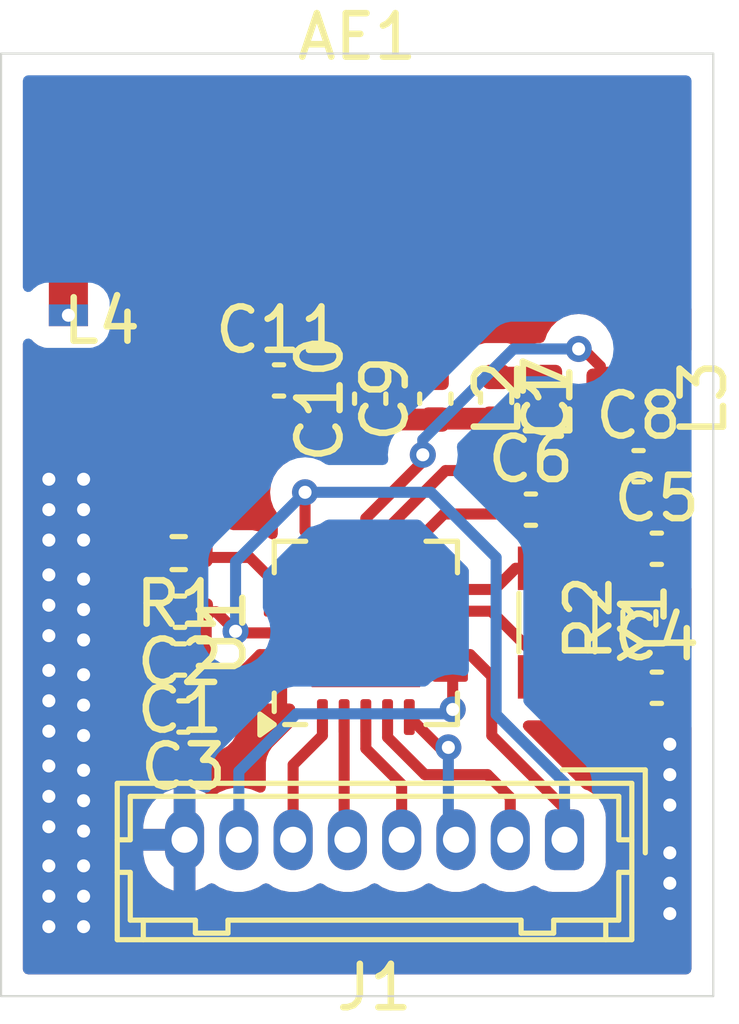
<source format=kicad_pcb>
(kicad_pcb (version 20240108) (generator "pcbnew") (generator_version "8.0")
  (layers (0 "F.Cu" signal) (31 "B.Cu" signal) (34 "B.Paste" user) (35 "F.Paste" user) (36 "B.SilkS" user "B.Silkscreen") (37 "F.SilkS" user "F.Silkscreen") (38 "B.Mask" user) (39 "F.Mask" user) (44 "Edge.Cuts" user))
  (net 0 "")
  (net 1 "Net-(AE1-A)")
  (net 2 "GND")
  (net 3 "VDD")
  (net 4 "Net-(U1-DVDD)")
  (net 5 "Net-(U1-XC2)")
  (net 6 "Net-(U1-XC1)")
  (net 7 "Net-(U1-VDD_PA)")
  (net 8 "Net-(C7-Pad1)")
  (net 9 "Net-(C10-Pad1)")
  (net 10 "Net-(J1-Pin_2)")
  (net 11 "Net-(J1-Pin_5)")
  (net 12 "Net-(J1-Pin_4)")
  (net 13 "Net-(J1-Pin_6)")
  (net 14 "Net-(J1-Pin_3)")
  (net 15 "Net-(J1-Pin_7)")
  (net 16 "Net-(U1-ANT1)")
  (net 17 "Net-(U1-ANT2)")
  (net 18 "Net-(U1-IREF)")
  (footprint "Capacitor_SMD:C_0402_1005Metric" (layer "F.Cu") (at 166.6 99.5)
    (property "Reference" "C5" (at 0 -1.16 360) (layer "F.SilkS"))
    (property "Value" "22p")
    (fp_line (start -0.107836 -0.36) (end 0.107836 -0.36) (stroke (width 0.12)) (layer "F.SilkS"))
    (fp_line (start -0.107836 0.36) (end 0.107836 0.36) (stroke (width 0.12)) (layer "F.SilkS"))
    (pad "1" smd roundrect (at -0.48 0) (size 0.56 0.62) (layers "F.Cu" "F.Paste" "F.Mask") (net 6 "Net-(U1-XC1)"))
    (pad "2" smd roundrect (at 0.48 0) (size 0.56 0.62) (layers "F.Cu" "F.Paste" "F.Mask") (net 2 "GND"))
  )
  (footprint "Capacitor_SMD:C_0402_1005Metric" (layer "F.Cu") (at 166.18 97.6)
    (property "Reference" "C8" (at 0 -1.16 360) (layer "F.SilkS"))
    (property "Value" "4.7pF")
    (fp_line (start -0.107836 -0.36) (end 0.107836 -0.36) (stroke (width 0.12)) (layer "F.SilkS"))
    (fp_line (start -0.107836 0.36) (end 0.107836 0.36) (stroke (width 0.12)) (layer "F.SilkS"))
    (pad "1" smd roundrect (at -0.48 0) (size 0.56 0.62) (layers "F.Cu" "F.Paste" "F.Mask") (net 7 "Net-(U1-VDD_PA)"))
    (pad "2" smd roundrect (at 0.48 0) (size 0.56 0.62) (layers "F.Cu" "F.Paste" "F.Mask") (net 2 "GND"))
  )
  (footprint "Resistor_SMD:R_0402_1005Metric" (layer "F.Cu") (at 166.2 101.1 90)
    (property "Reference" "R2" (at 0 -1.17 90) (layer "F.SilkS"))
    (property "Value" "10M")
    (fp_line (start -0.153641 -0.38) (end 0.153641 -0.38) (stroke (width 0.12)) (layer "F.SilkS"))
    (fp_line (start -0.153641 0.38) (end 0.153641 0.38) (stroke (width 0.12)) (layer "F.SilkS"))
    (pad "1" smd roundrect (at -0.51 0 90) (size 0.54 0.64) (layers "F.Cu" "F.Paste" "F.Mask") (net 5 "Net-(U1-XC2)"))
    (pad "2" smd roundrect (at 0.51 0 90) (size 0.54 0.64) (layers "F.Cu" "F.Paste" "F.Mask") (net 6 "Net-(U1-XC1)"))
  )
  (footprint "Capacitor_SMD:C_0402_1005Metric" (layer "F.Cu") (at 155.62 102.05 180)
    (property "Reference" "C1" (at 0 -1.16 360) (layer "F.SilkS"))
    (property "Value" "10nF")
    (fp_line (start -0.107836 0.36) (end 0.107836 0.36) (stroke (width 0.12)) (layer "F.SilkS"))
    (fp_line (start -0.107836 -0.36) (end 0.107836 -0.36) (stroke (width 0.12)) (layer "F.SilkS"))
    (pad "1" smd roundrect (at -0.48 0 180) (size 0.56 0.62) (layers "F.Cu" "F.Paste" "F.Mask") (net 3 "VDD"))
    (pad "2" smd roundrect (at 0.48 0 180) (size 0.56 0.62) (layers "F.Cu" "F.Paste" "F.Mask") (net 2 "GND"))
  )
  (footprint "Capacitor_SMD:C_0402_1005Metric" (layer "F.Cu") (at 161.5 96.045 90)
    (property "Reference" "C9" (at 0 -1.16 90) (layer "F.SilkS"))
    (property "Value" "1pF")
    (fp_line (start -0.107836 -0.36) (end 0.107836 -0.36) (stroke (width 0.12)) (layer "F.SilkS"))
    (fp_line (start -0.107836 0.36) (end 0.107836 0.36) (stroke (width 0.12)) (layer "F.SilkS"))
    (pad "1" smd roundrect (at -0.48 0 90) (size 0.56 0.62) (layers "F.Cu" "F.Paste" "F.Mask") (net 9 "Net-(C10-Pad1)"))
    (pad "2" smd roundrect (at 0.48 0 90) (size 0.56 0.62) (layers "F.Cu" "F.Paste" "F.Mask") (net 2 "GND"))
  )
  (footprint "Connector_Hirose:Hirose_DF13-08P-1.25DSA_1x08_P1.25mm_Vertical" (layer "F.Cu") (at 164.475 106.2 180)
    (property "Reference" "J1" (at 4.38 -3.4 360) (layer "F.SilkS"))
    (property "Value" "Conn_01x08_Pin")
    (fp_line (start 10.3 1.3) (end 10.3 -2.3) (stroke (width 0.12)) (layer "F.SilkS"))
    (fp_line (start 10.3 -0.75) (end 10 -0.75) (stroke (width 0.12)) (layer "F.SilkS"))
    (fp_line (start 10.3 -2.3) (end -1.55 -2.3) (stroke (width 0.12)) (layer "F.SilkS"))
    (fp_line (start 10 1) (end 10 0) (stroke (width 0.12)) (layer "F.SilkS"))
    (fp_line (start 10 0) (end 10.3 0) (stroke (width 0.12)) (layer "F.SilkS"))
    (fp_line (start 10 -0.75) (end 10 -1.85) (stroke (width 0.12)) (layer "F.SilkS"))
    (fp_line (start 10 -1.85) (end 9.7 -1.85) (stroke (width 0.12)) (layer "F.SilkS"))
    (fp_line (start 9.7 -1.85) (end 9.7 -2.3) (stroke (width 0.12)) (layer "F.SilkS"))
    (fp_line (start 8.5 -1.85) (end 9.7 -1.85) (stroke (width 0.12)) (layer "F.SilkS"))
    (fp_line (start 8.5 -2.15) (end 8.5 -1.85) (stroke (width 0.12)) (layer "F.SilkS"))
    (fp_line (start 7.75 -1.85) (end 7.75 -2.15) (stroke (width 0.12)) (layer "F.SilkS"))
    (fp_line (start 7.75 -2.15) (end 8.5 -2.15) (stroke (width 0.12)) (layer "F.SilkS"))
    (fp_line (start 1 -1.85) (end 7.75 -1.85) (stroke (width 0.12)) (layer "F.SilkS"))
    (fp_line (start 1 -2.15) (end 1 -1.85) (stroke (width 0.12)) (layer "F.SilkS"))
    (fp_line (start 0.25 -1.85) (end 0.25 -2.15) (stroke (width 0.12)) (layer "F.SilkS"))
    (fp_line (start 0.25 -2.15) (end 1 -2.15) (stroke (width 0.12)) (layer "F.SilkS"))
    (fp_line (start -0.95 -1.85) (end 0.25 -1.85) (stroke (width 0.12)) (layer "F.SilkS"))
    (fp_line (start -0.95 -1.85) (end -0.95 -2.3) (stroke (width 0.12)) (layer "F.SilkS"))
    (fp_line (start -1.25 1) (end 10 1) (stroke (width 0.12)) (layer "F.SilkS"))
    (fp_line (start -1.25 0) (end -1.25 1) (stroke (width 0.12)) (layer "F.SilkS"))
    (fp_line (start -1.25 -0.75) (end -1.25 -1.85) (stroke (width 0.12)) (layer "F.SilkS"))
    (fp_line (start -1.25 -1.85) (end -0.95 -1.85) (stroke (width 0.12)) (layer "F.SilkS"))
    (fp_line (start -1.55 1.3) (end 10.3 1.3) (stroke (width 0.12)) (layer "F.SilkS"))
    (fp_line (start -1.55 0) (end -1.25 0) (stroke (width 0.12)) (layer "F.SilkS"))
    (fp_line (start -1.55 -0.75) (end -1.25 -0.75) (stroke (width 0.12)) (layer "F.SilkS"))
    (fp_line (start -1.55 -2.3) (end -1.55 1.3) (stroke (width 0.12)) (layer "F.SilkS"))
    (fp_line (start -1.86 1.61) (end 0.05 1.61) (stroke (width 0.12)) (layer "F.SilkS"))
    (fp_line (start -1.86 -0.3) (end -1.86 1.61) (stroke (width 0.12)) (layer "F.SilkS"))
    (pad "1" thru_hole roundrect (at 0 0 180) (size 0.9 1.4) (drill 0.6) (layers "*.Cu" "*.Mask") (net 3 "VDD"))
    (pad "2" thru_hole oval (at 1.25 0 180) (size 0.9 1.4) (drill 0.6) (layers "*.Cu" "*.Mask") (net 10 "Net-(J1-Pin_2)"))
    (pad "3" thru_hole oval (at 2.5 0 180) (size 0.9 1.4) (drill 0.6) (layers "*.Cu" "*.Mask") (net 14 "Net-(J1-Pin_3)"))
    (pad "4" thru_hole oval (at 3.75 0 180) (size 0.9 1.4) (drill 0.6) (layers "*.Cu" "*.Mask") (net 12 "Net-(J1-Pin_4)"))
    (pad "5" thru_hole oval (at 5 0 180) (size 0.9 1.4) (drill 0.6) (layers "*.Cu" "*.Mask") (net 11 "Net-(J1-Pin_5)"))
    (pad "6" thru_hole oval (at 6.25 0 180) (size 0.9 1.4) (drill 0.6) (layers "*.Cu" "*.Mask") (net 13 "Net-(J1-Pin_6)"))
    (pad "7" thru_hole oval (at 7.5 0 180) (size 0.9 1.4) (drill 0.6) (layers "*.Cu" "*.Mask") (net 15 "Net-(J1-Pin_7)"))
    (pad "8" thru_hole oval (at 8.75 0 180) (size 0.9 1.4) (drill 0.6) (layers "*.Cu" "*.Mask") (net 2 "GND"))
  )
  (footprint "Capacitor_SMD:C_0402_1005Metric" (layer "F.Cu") (at 155.7 103.3625 180)
    (property "Reference" "C3" (at 0 -1.16 360) (layer "F.SilkS"))
    (property "Value" "33nf")
    (fp_line (start -0.107836 0.36) (end 0.107836 0.36) (stroke (width 0.12)) (layer "F.SilkS"))
    (fp_line (start -0.107836 -0.36) (end 0.107836 -0.36) (stroke (width 0.12)) (layer "F.SilkS"))
    (pad "1" smd roundrect (at -0.48 0 180) (size 0.56 0.62) (layers "F.Cu" "F.Paste" "F.Mask") (net 4 "Net-(U1-DVDD)"))
    (pad "2" smd roundrect (at 0.48 0 180) (size 0.56 0.62) (layers "F.Cu" "F.Paste" "F.Mask") (net 2 "GND"))
  )
  (footprint "Inductor_SMD:L_0402_1005Metric" (layer "F.Cu") (at 164.1 96.045 90)
    (property "Reference" "L2" (at 0 -1.17 90) (layer "F.SilkS"))
    (property "Value" "3n9")
    (pad "1" smd roundrect (at -0.485 0 90) (size 0.59 0.64) (layers "F.Cu" "F.Paste" "F.Mask") (net 16 "Net-(U1-ANT1)"))
    (pad "2" smd roundrect (at 0.485 0 90) (size 0.59 0.64) (layers "F.Cu" "F.Paste" "F.Mask") (net 8 "Net-(C7-Pad1)"))
  )
  (footprint "Capacitor_SMD:C_0402_1005Metric" (layer "F.Cu") (at 157.9 95.625)
    (property "Reference" "C11" (at 0 -1.16 360) (layer "F.SilkS"))
    (property "Value" "cx")
    (fp_line (start -0.107836 -0.36) (end 0.107836 -0.36) (stroke (width 0.12)) (layer "F.SilkS"))
    (fp_line (start -0.107836 0.36) (end 0.107836 0.36) (stroke (width 0.12)) (layer "F.SilkS"))
    (pad "1" smd roundrect (at -0.48 0) (size 0.56 0.62) (layers "F.Cu" "F.Paste" "F.Mask") (net 1 "Net-(AE1-A)"))
    (pad "2" smd roundrect (at 0.48 0) (size 0.56 0.62) (layers "F.Cu" "F.Paste" "F.Mask") (net 2 "GND"))
  )
  (footprint "Inductor_SMD:L_0402_1005Metric" (layer "F.Cu") (at 165.3 96.13 90)
    (property "Reference" "L1" (at 0 -1.17 90) (layer "F.SilkS"))
    (property "Value" "8n2")
    (pad "1" smd roundrect (at -0.485 0 90) (size 0.59 0.64) (layers "F.Cu" "F.Paste" "F.Mask") (net 16 "Net-(U1-ANT1)"))
    (pad "2" smd roundrect (at 0.485 0 90) (size 0.59 0.64) (layers "F.Cu" "F.Paste" "F.Mask") (net 17 "Net-(U1-ANT2)"))
  )
  (footprint "Package_DFN_QFN:QFN-20-1EP_4x4mm_P0.5mm_EP2.5x2.5mm" (layer "F.Cu") (at 159.9 101.4375 90)
    (property "Reference" "U1" (at 0 -3.3 90) (layer "F.SilkS"))
    (property "Value" "NRF24L01")
    (fp_line (start 2.11 -2.11) (end 2.11 -1.385) (stroke (width 0.12)) (layer "F.SilkS"))
    (fp_line (start 1.385 -2.11) (end 2.11 -2.11) (stroke (width 0.12)) (layer "F.SilkS"))
    (fp_line (start -1.385 -2.11) (end -1.81 -2.11) (stroke (width 0.12)) (layer "F.SilkS"))
    (fp_line (start -2.11 -1.385) (end -2.11 -1.87) (stroke (width 0.12)) (layer "F.SilkS"))
    (fp_line (start 2.11 2.11) (end 2.11 1.385) (stroke (width 0.12)) (layer "F.SilkS"))
    (fp_line (start 1.385 2.11) (end 2.11 2.11) (stroke (width 0.12)) (layer "F.SilkS"))
    (fp_line (start -1.385 2.11) (end -2.11 2.11) (stroke (width 0.12)) (layer "F.SilkS"))
    (fp_line (start -2.11 2.11) (end -2.11 1.385) (stroke (width 0.12)) (layer "F.SilkS"))
    (fp_poly (pts (xy -2.11 -2.11) (xy -2.35 -2.44) (xy -1.87 -2.44) (xy -2.11 -2.11)) (stroke (width 0.12)) (fill solid) (layer "F.SilkS"))
    (pad "1" smd roundrect (at -1.9375 -1 90) (size 0.825 0.25) (layers "F.Cu" "F.Paste" "F.Mask") (net 13 "Net-(J1-Pin_6)"))
    (pad "2" smd roundrect (at -1.9375 -0.5 90) (size 0.825 0.25) (layers "F.Cu" "F.Paste" "F.Mask") (net 11 "Net-(J1-Pin_5)"))
    (pad "3" smd roundrect (at -1.9375 0 90) (size 0.825 0.25) (layers "F.Cu" "F.Paste" "F.Mask") (net 12 "Net-(J1-Pin_4)"))
    (pad "4" smd roundrect (at -1.9375 0.5 90) (size 0.825 0.25) (layers "F.Cu" "F.Paste" "F.Mask") (net 10 "Net-(J1-Pin_2)"))
    (pad "5" smd roundrect (at -1.9375 1 90) (size 0.825 0.25) (layers "F.Cu" "F.Paste" "F.Mask") (net 14 "Net-(J1-Pin_3)"))
    (pad "6" smd roundrect (at -1 1.9375 90) (size 0.25 0.825) (layers "F.Cu" "F.Paste" "F.Mask") (net 15 "Net-(J1-Pin_7)"))
    (pad "7" smd roundrect (at -0.5 1.9375 90) (size 0.25 0.825) (layers "F.Cu" "F.Paste" "F.Mask") (net 3 "VDD"))
    (pad "8" smd roundrect (at 0 1.9375 90) (size 0.25 0.825) (layers "F.Cu" "F.Paste" "F.Mask") (net 2 "GND"))
    (pad "9" smd roundrect (at 0.5 1.9375 90) (size 0.25 0.825) (layers "F.Cu" "F.Paste" "F.Mask") (net 5 "Net-(U1-XC2)"))
    (pad "10" smd roundrect (at 1 1.9375 90) (size 0.25 0.825) (layers "F.Cu" "F.Paste" "F.Mask") (net 6 "Net-(U1-XC1)"))
    (pad "11" smd roundrect (at 1.9375 1 90) (size 0.825 0.25) (layers "F.Cu" "F.Paste" "F.Mask") (net 7 "Net-(U1-VDD_PA)"))
    (pad "12" smd roundrect (at 1.9375 0.5 90) (size 0.825 0.25) (layers "F.Cu" "F.Paste" "F.Mask") (net 16 "Net-(U1-ANT1)"))
    (pad "13" smd roundrect (at 1.9375 0 90) (size 0.825 0.25) (layers "F.Cu" "F.Paste" "F.Mask") (net 17 "Net-(U1-ANT2)"))
    (pad "14" smd roundrect (at 1.9375 -0.5 90) (size 0.825 0.25) (layers "F.Cu" "F.Paste" "F.Mask") (net 2 "GND"))
    (pad "15" smd roundrect (at 1.9375 -1 90) (size 0.825 0.25) (layers "F.Cu" "F.Paste" "F.Mask") (net 3 "VDD"))
    (pad "16" smd roundrect (at 1 -1.9375 90) (size 0.25 0.825) (layers "F.Cu" "F.Paste" "F.Mask") (net 18 "Net-(U1-IREF)"))
    (pad "17" smd roundrect (at 0.5 -1.9375 90) (size 0.25 0.825) (layers "F.Cu" "F.Paste" "F.Mask") (net 2 "GND"))
    (pad "18" smd roundrect (at 0 -1.9375 90) (size 0.25 0.825) (layers "F.Cu" "F.Paste" "F.Mask") (net 3 "VDD"))
    (pad "19" smd roundrect (at -0.5 -1.9375 90) (size 0.25 0.825) (layers "F.Cu" "F.Paste" "F.Mask") (net 4 "Net-(U1-DVDD)"))
    (pad "20" smd roundrect (at -1 -1.9375 90) (size 0.25 0.825) (layers "F.Cu" "F.Paste" "F.Mask") (net 2 "GND"))
    (pad "21" smd rect (at 0 0 90) (size 2.5 2.5) (property pad_prop_heatsink) (layers "F.Cu" "F.Mask"))
  )
  (footprint "Capacitor_SMD:C_0402_1005Metric" (layer "F.Cu") (at 155.62 100.95 180)
    (property "Reference" "C2" (at 0 -1.16 360) (layer "F.SilkS"))
    (property "Value" "1nF")
    (fp_line (start -0.107836 0.36) (end 0.107836 0.36) (stroke (width 0.12)) (layer "F.SilkS"))
    (fp_line (start -0.107836 -0.36) (end 0.107836 -0.36) (stroke (width 0.12)) (layer "F.SilkS"))
    (pad "1" smd roundrect (at -0.48 0 180) (size 0.56 0.62) (layers "F.Cu" "F.Paste" "F.Mask") (net 3 "VDD"))
    (pad "2" smd roundrect (at 0.48 0 180) (size 0.56 0.62) (layers "F.Cu" "F.Paste" "F.Mask") (net 2 "GND"))
  )
  (footprint "Capacitor_SMD:C_0402_1005Metric" (layer "F.Cu") (at 162.9 96.025 -90)
    (property "Reference" "C7" (at 0 -1.16 90) (layer "F.SilkS"))
    (property "Value" "1.5pF")
    (fp_line (start -0.107836 0.36) (end 0.107836 0.36) (stroke (width 0.12)) (layer "F.SilkS"))
    (fp_line (start -0.107836 -0.36) (end 0.107836 -0.36) (stroke (width 0.12)) (layer "F.SilkS"))
    (pad "1" smd roundrect (at -0.48 0 270) (size 0.56 0.62) (layers "F.Cu" "F.Paste" "F.Mask") (net 8 "Net-(C7-Pad1)"))
    (pad "2" smd roundrect (at 0.48 0 270) (size 0.56 0.62) (layers "F.Cu" "F.Paste" "F.Mask") (net 9 "Net-(C10-Pad1)"))
  )
  (footprint "RF_Antenna:Texas_SWRA117D_2.4GHz_Right" (layer "F.Cu") (at 155.15 94.125)
    (property "Reference" "AE1" (at 4.55 -6.41 0) (layer "F.SilkS"))
    (property "Value" "Antenna")
    (fp_poly (pts (xy 2.45 -2.51) (xy 4.45 -2.51) (xy 4.45 -5.15) (xy 7.15 -5.15) (xy 7.15 -2.51) (xy 9.15 -2.51) (xy 9.15 -5.15) (xy 11.85 -5.15) (xy 11.85 -0.71) (xy 11.35 -0.71) (xy 11.35 -4.65) (xy 9.65 -4.65) (xy 9.65 -2.01) (xy 6.65 -2.01) (xy 6.65 -4.65) (xy 4.95 -4.65) (xy 4.95 -2.01) (xy 1.95 -2.01) (xy 1.95 -4.65) (xy 0.25 -4.65) (xy 0.25 0.25) (xy -0.25 0.25) (xy -0.25 -4.65) (xy -1.65 -4.65) (xy -1.65 0.25) (xy -2.55 0.25) (xy -2.55 0.006785) (xy -2.247583 0.006785) (xy -2.237742 0.054395) (xy -2.213674 0.096797) (xy -2.175731 0.129581) (xy -2.167819 0.133935) (xy -2.125156 0.146043) (xy -2.076637 0.1453) (xy -2.031122 0.1324) (xy -2.012511 0.121787) (xy -1.978868 0.086553) (xy -1.958309 0.041368) (xy -1.951778 -0.008158) (xy -1.960218 -0.056417) (xy -1.977112 -0.088643) (xy -2.012372 -0.121313) (xy -2.057682 -0.141408) (xy -2.107267 -0.147982) (xy -2.155353 -0.140092) (xy -2.188245 -0.123186) (xy -2.223185 -0.086416) (xy -2.242847 -0.041622) (xy -2.247583 0.006785) (xy -2.55 0.006785) (xy -2.55 -5.15) (xy 2.45 -5.15) (xy 2.45 -2.51)) (fill solid) (layer "F.Cu"))
    (pad "1" connect rect (at 0 0) (size 0.5 0.5) (layers "F.Cu") (net 1 "Net-(AE1-A)"))
    (pad "2" thru_hole rect (at -2.1 0) (size 0.9 0.5) (drill 0.3) (layers "*.Cu"))
  )
  (footprint "Inductor_SMD:L_0402_1005Metric" (layer "F.Cu") (at 166.5 96.045 -90)
    (property "Reference" "L3" (at 0 -1.17 90) (layer "F.SilkS"))
    (property "Value" "2n7")
    (pad "1" smd roundrect (at -0.485 0 270) (size 0.59 0.64) (layers "F.Cu" "F.Paste" "F.Mask") (net 17 "Net-(U1-ANT2)"))
    (pad "2" smd roundrect (at 0.485 0 270) (size 0.59 0.64) (layers "F.Cu" "F.Paste" "F.Mask") (net 7 "Net-(U1-VDD_PA)"))
  )
  (footprint "Crystal:Crystal_SMD_3215-2Pin_3.2x1.5mm" (layer "F.Cu") (at 164.3 101.2 -90)
    (property "Reference" "Y1" (at 0 -2 90) (layer "F.SilkS"))
    (property "Value" "16MHZ")
    (fp_line (start -0.675 0.875) (end 0.675 0.875) (stroke (width 0.12)) (layer "F.SilkS"))
    (fp_line (start -0.675 -0.875) (end 0.675 -0.875) (stroke (width 0.12)) (layer "F.SilkS"))
    (pad "1" smd rect (at 1.25 0 270) (size 1 1.8) (layers "F.Cu" "F.Paste" "F.Mask") (net 5 "Net-(U1-XC2)"))
    (pad "2" smd rect (at -1.25 0 270) (size 1 1.8) (layers "F.Cu" "F.Paste" "F.Mask") (net 6 "Net-(U1-XC1)"))
  )
  (footprint "Resistor_SMD:R_0402_1005Metric" (layer "F.Cu") (at 155.59 99.6 180)
    (property "Reference" "R1" (at 0 -1.17 360) (layer "F.SilkS"))
    (property "Value" "22k")
    (fp_line (start -0.153641 0.38) (end 0.153641 0.38) (stroke (width 0.12)) (layer "F.SilkS"))
    (fp_line (start -0.153641 -0.38) (end 0.153641 -0.38) (stroke (width 0.12)) (layer "F.SilkS"))
    (pad "1" smd roundrect (at -0.51 0 180) (size 0.54 0.64) (layers "F.Cu" "F.Paste" "F.Mask") (net 18 "Net-(U1-IREF)"))
    (pad "2" smd roundrect (at 0.51 0 180) (size 0.54 0.64) (layers "F.Cu" "F.Paste" "F.Mask") (net 2 "GND"))
  )
  (footprint "Capacitor_SMD:C_0402_1005Metric" (layer "F.Cu") (at 163.7 98.6)
    (property "Reference" "C6" (at 0 -1.16 0) (layer "F.SilkS"))
    (property "Value" "22nf")
    (fp_line (start -0.107836 -0.36) (end 0.107836 -0.36) (stroke (width 0.12)) (layer "F.SilkS"))
    (fp_line (start -0.107836 0.36) (end 0.107836 0.36) (stroke (width 0.12)) (layer "F.SilkS"))
    (pad "1" smd roundrect (at -0.48 0) (size 0.56 0.62) (layers "F.Cu" "F.Paste" "F.Mask") (net 7 "Net-(U1-VDD_PA)"))
    (pad "2" smd roundrect (at 0.48 0) (size 0.56 0.62) (layers "F.Cu" "F.Paste" "F.Mask") (net 2 "GND"))
  )
  (footprint "Inductor_SMD:L_0402_1005Metric" (layer "F.Cu") (at 153.815 95.425)
    (property "Reference" "L4" (at 0 -1.17 0) (layer "F.SilkS"))
    (property "Value" "lx")
    (pad "1" smd roundrect (at -0.485 0) (size 0.59 0.64) (layers "F.Cu" "F.Paste" "F.Mask") (net 9 "Net-(C10-Pad1)"))
    (pad "2" smd roundrect (at 0.485 0) (size 0.59 0.64) (layers "F.Cu" "F.Paste" "F.Mask") (net 1 "Net-(AE1-A)"))
  )
  (footprint "Capacitor_SMD:C_0402_1005Metric" (layer "F.Cu") (at 160 96.045 90)
    (property "Reference" "C10" (at 0 -1.16 90) (layer "F.SilkS"))
    (property "Value" "cx")
    (fp_line (start -0.107836 -0.36) (end 0.107836 -0.36) (stroke (width 0.12)) (layer "F.SilkS"))
    (fp_line (start -0.107836 0.36) (end 0.107836 0.36) (stroke (width 0.12)) (layer "F.SilkS"))
    (pad "1" smd roundrect (at -0.48 0 90) (size 0.56 0.62) (layers "F.Cu" "F.Paste" "F.Mask") (net 9 "Net-(C10-Pad1)"))
    (pad "2" smd roundrect (at 0.48 0 90) (size 0.56 0.62) (layers "F.Cu" "F.Paste" "F.Mask") (net 2 "GND"))
  )
  (footprint "Capacitor_SMD:C_0402_1005Metric" (layer "F.Cu") (at 166.6 102.7)
    (property "Reference" "C4" (at 0 -1.16 360) (layer "F.SilkS"))
    (property "Value" "22p")
    (fp_line (start -0.107836 -0.36) (end 0.107836 -0.36) (stroke (width 0.12)) (layer "F.SilkS"))
    (fp_line (start -0.107836 0.36) (end 0.107836 0.36) (stroke (width 0.12)) (layer "F.SilkS"))
    (pad "1" smd roundrect (at -0.48 0) (size 0.56 0.62) (layers "F.Cu" "F.Paste" "F.Mask") (net 5 "Net-(U1-XC2)"))
    (pad "2" smd roundrect (at 0.48 0) (size 0.56 0.62) (layers "F.Cu" "F.Paste" "F.Mask") (net 2 "GND"))
  )
  (gr_rect (start 151.5 88.1) (end 167.9 109.8) (stroke (width 0.05)) (fill none) (layer "Edge.Cuts"))
  (segment (start 155.7 95.625) (end 157.42 95.625) (width 0.5) (layer "F.Cu") (net 1))
  (segment (start 155.7 95.625) (end 155.15 95.075) (width 0.5) (layer "F.Cu") (net 1))
  (segment (start 154.3 95.425) (end 154.65 95.075) (width 0.5) (layer "F.Cu") (net 1))
  (segment (start 155.15 95.075) (end 155.15 94.125) (width 0.5) (layer "F.Cu") (net 1))
  (segment (start 154.65 95.075) (end 155.15 95.075) (width 0.5) (layer "F.Cu") (net 1))
  (via (at 153.4 106) (size 0.6) (drill 0.3) (layers "F.Cu" "B.Cu") (net 2))
  (via (at 153.4 100.2) (size 0.6) (drill 0.3) (layers "F.Cu" "B.Cu") (net 2))
  (via (at 152.6 106.8) (size 0.6) (drill 0.3) (layers "F.Cu" "B.Cu") (net 2))
  (via (at 152.6 102.3) (size 0.6) (drill 0.3) (layers "F.Cu" "B.Cu") (net 2))
  (via (at 153.4 98.6) (size 0.6) (drill 0.3) (layers "F.Cu" "B.Cu") (net 2))
  (via (at 153.4 103.8) (size 0.6) (drill 0.3) (layers "F.Cu" "B.Cu") (net 2))
  (via (at 153.4 101.6) (size 0.6) (drill 0.3) (layers "F.Cu" "B.Cu") (net 2))
  (via (at 166.9 106.5) (size 0.6) (drill 0.3) (layers "F.Cu" "B.Cu") (net 2))
  (via (at 153.4 102.4) (size 0.6) (drill 0.3) (layers "F.Cu" "B.Cu") (net 2))
  (via (at 152.6 103) (size 0.6) (drill 0.3) (layers "F.Cu" "B.Cu") (net 2))
  (via (at 152.6 104.5) (size 0.6) (drill 0.3) (layers "F.Cu" "B.Cu") (net 2))
  (via (at 153.4 100.9) (size 0.6) (drill 0.3) (layers "F.Cu" "B.Cu") (net 2))
  (via (at 166.9 107.2) (size 0.6) (drill 0.3) (layers "F.Cu" "B.Cu") (net 2))
  (via (at 166.9 104) (size 0.6) (drill 0.3) (layers "F.Cu" "B.Cu") (net 2))
  (via (at 153.4 103.1) (size 0.6) (drill 0.3) (layers "F.Cu" "B.Cu") (net 2))
  (via (at 152.6 108.2) (size 0.6) (drill 0.3) (layers "F.Cu" "B.Cu") (net 2))
  (via (at 153.4 105.3) (size 0.6) (drill 0.3) (layers "F.Cu" "B.Cu") (net 2))
  (via (at 153.4 97.9) (size 0.6) (drill 0.3) (layers "F.Cu" "B.Cu") (net 2))
  (via (at 152.6 105.2) (size 0.6) (drill 0.3) (layers "F.Cu" "B.Cu") (net 2))
  (via (at 152.6 105.9) (size 0.6) (drill 0.3) (layers "F.Cu" "B.Cu") (net 2))
  (via (at 152.6 103.7) (size 0.6) (drill 0.3) (layers "F.Cu" "B.Cu") (net 2))
  (via (at 152.6 100.1) (size 0.6) (drill 0.3) (layers "F.Cu" "B.Cu") (net 2))
  (via (at 166.9 107.9) (size 0.6) (drill 0.3) (layers "F.Cu" "B.Cu") (net 2))
  (via (at 153.4 106.8) (size 0.6) (drill 0.3) (layers "F.Cu" "B.Cu") (net 2))
  (via (at 166.9 105.4) (size 0.6) (drill 0.3) (layers "F.Cu" "B.Cu") (net 2))
  (via (at 152.6 99.3) (size 0.6) (drill 0.3) (layers "F.Cu" "B.Cu") (net 2))
  (via (at 153.4 104.6) (size 0.6) (drill 0.3) (layers "F.Cu" "B.Cu") (net 2))
  (via (at 153.4 107.5) (size 0.6) (drill 0.3) (layers "F.Cu" "B.Cu") (net 2))
  (via (at 153.4 108.2) (size 0.6) (drill 0.3) (layers "F.Cu" "B.Cu") (net 2))
  (via (at 152.6 101.5) (size 0.6) (drill 0.3) (layers "F.Cu" "B.Cu") (net 2))
  (via (at 153.4 99.3) (size 0.6) (drill 0.3) (layers "F.Cu" "B.Cu") (net 2))
  (via (at 152.6 97.9) (size 0.6) (drill 0.3) (layers "F.Cu" "B.Cu") (net 2))
  (via (at 166.9 104.7) (size 0.6) (drill 0.3) (layers "F.Cu" "B.Cu") (net 2))
  (via (at 152.6 98.6) (size 0.6) (drill 0.3) (layers "F.Cu" "B.Cu") (net 2))
  (via (at 152.6 107.5) (size 0.6) (drill 0.3) (layers "F.Cu" "B.Cu") (net 2))
  (via (at 152.6 100.8) (size 0.6) (drill 0.3) (layers "F.Cu" "B.Cu") (net 2))
  (segment (start 161.8375 101.9375) (end 162.302568 101.9375) (width 0.254) (layer "F.Cu") (net 3))
  (segment (start 156.45 100.95) (end 156.1 100.95) (width 0.254) (layer "F.Cu") (net 3))
  (segment (start 162.302568 101.9375) (end 162.8 102.434932) (width 0.254) (layer "F.Cu") (net 3))
  (segment (start 156.1 100.95) (end 156.1 102.05) (width 0.5) (layer "F.Cu") (net 3))
  (segment (start 158.5 99.1) (end 158.9 99.5) (width 0.254) (layer "F.Cu") (net 3))
  (segment (start 162.8 103.8) (end 164.475 105.475) (width 0.254) (layer "F.Cu") (net 3))
  (segment (start 162.8 102.434932) (end 162.8 103.8) (width 0.254) (layer "F.Cu") (net 3))
  (segment (start 158.5 98.2) (end 158.5 99.1) (width 0.254) (layer "F.Cu") (net 3))
  (segment (start 164.475 105.475) (end 164.475 106.2) (width 0.254) (layer "F.Cu") (net 3))
  (segment (start 156.9375 101.4375) (end 156.45 100.95) (width 0.254) (layer "F.Cu") (net 3))
  (segment (start 157.9625 101.4375) (end 156.9375 101.4375) (width 0.254) (layer "F.Cu") (net 3))
  (via (at 156.9 101.4) (size 0.6) (drill 0.3) (layers "F.Cu" "B.Cu") (net 3))
  (via (at 158.5 98.2) (size 0.6) (drill 0.3) (layers "F.Cu" "B.Cu") (net 3))
  (segment (start 164.475 106.2) (end 164.475 104.888288) (width 0.254) (layer "B.Cu") (net 3))
  (segment (start 161.4 98.2) (end 158.5 98.2) (width 0.254) (layer "B.Cu") (net 3))
  (segment (start 158.5 98.2) (end 156.9 99.8) (width 0.254) (layer "B.Cu") (net 3))
  (segment (start 164.475 104.888288) (end 162.9 103.313288) (width 0.254) (layer "B.Cu") (net 3))
  (segment (start 162.9 103.313288) (end 162.9 99.7) (width 0.254) (layer "B.Cu") (net 3))
  (segment (start 162.9 99.7) (end 161.4 98.2) (width 0.254) (layer "B.Cu") (net 3))
  (segment (start 156.9 99.8) (end 156.9 101.4) (width 0.254) (layer "B.Cu") (net 3))
  (segment (start 157.4625 101.9375) (end 156.18 103.22) (width 0.254) (layer "F.Cu") (net 4))
  (segment (start 156.18 103.22) (end 156.18 103.3625) (width 0.254) (layer "F.Cu") (net 4))
  (segment (start 156.18 103.3625) (end 156.3175 103.5) (width 0.254) (layer "F.Cu") (net 4))
  (segment (start 157.9625 101.9375) (end 157.4625 101.9375) (width 0.254) (layer "F.Cu") (net 4))
  (segment (start 166.12 102.7) (end 166.12 101.69) (width 0.254) (layer "F.Cu") (net 5))
  (segment (start 166.12 101.69) (end 166.2 101.61) (width 0.254) (layer "F.Cu") (net 5))
  (segment (start 166.2 101.61) (end 165.14 101.61) (width 0.5) (layer "F.Cu") (net 5))
  (segment (start 161.8375 100.9375) (end 162.7875 100.9375) (width 0.254) (layer "F.Cu") (net 5))
  (segment (start 162.7875 100.9375) (end 164.3 102.45) (width 0.254) (layer "F.Cu") (net 5))
  (segment (start 165.14 101.61) (end 164.3 102.45) (width 0.5) (layer "F.Cu") (net 5))
  (segment (start 164.94 100.59) (end 164.3 99.95) (width 0.5) (layer "F.Cu") (net 6))
  (segment (start 161.8375 100.4375) (end 162.8625 100.4375) (width 0.254) (layer "F.Cu") (net 6))
  (segment (start 166.12 99.5) (end 166.12 100.51) (width 0.254) (layer "F.Cu") (net 6))
  (segment (start 162.8625 100.4375) (end 163.35 99.95) (width 0.254) (layer "F.Cu") (net 6))
  (segment (start 166.2 100.59) (end 164.94 100.59) (width 0.5) (layer "F.Cu") (net 6))
  (segment (start 163.35 99.95) (end 164.1 99.95) (width 0.254) (layer "F.Cu") (net 6))
  (segment (start 166.12 100.51) (end 166.2 100.59) (width 0.254) (layer "F.Cu") (net 6))
  (segment (start 164.2 97.5) (end 165.53 97.5) (width 0.254) (layer "F.Cu") (net 7))
  (segment (start 161.7 98.7) (end 163 98.7) (width 0.254) (layer "F.Cu") (net 7))
  (segment (start 160.9 99.5) (end 161.7 98.7) (width 0.254) (layer "F.Cu") (net 7))
  (segment (start 163 98.7) (end 164.2 97.5) (width 0.254) (layer "F.Cu") (net 7))
  (segment (start 165.53 97.5) (end 166.5 96.53) (width 0.254) (layer "F.Cu") (net 7))
  (segment (start 164.1 95.56) (end 162.915 95.56) (width 0.5) (layer "F.Cu") (net 8))
  (segment (start 162.915 95.56) (end 162.9 95.545) (width 0.5) (layer "F.Cu") (net 8))
  (segment (start 160 96.525) (end 158.61 96.525) (width 0.5) (layer "F.Cu") (net 9))
  (segment (start 158.59 96.525) (end 153.6 96.525) (width 0.5) (layer "F.Cu") (net 9))
  (segment (start 162.9 96.505) (end 161.52 96.505) (width 0.5) (layer "F.Cu") (net 9))
  (segment (start 158.6 96.515) (end 158.59 96.525) (width 0.5) (layer "F.Cu") (net 9))
  (segment (start 161.52 96.505) (end 161.5 96.525) (width 0.5) (layer "F.Cu") (net 9))
  (segment (start 161.5 96.525) (end 160 96.525) (width 0.5) (layer "F.Cu") (net 9))
  (segment (start 158.61 96.525) (end 158.6 96.515) (width 0.5) (layer "F.Cu") (net 9))
  (segment (start 153.33 96.255) (end 153.33 95.425) (width 0.5) (layer "F.Cu") (net 9))
  (segment (start 153.6 96.525) (end 153.33 96.255) (width 0.5) (layer "F.Cu") (net 9))
  (segment (start 161.259932 104.7) (end 162.7 104.7) (width 0.254) (layer "F.Cu") (net 10))
  (segment (start 160.4 103.375) (end 160.4 103.840068) (width 0.254) (layer "F.Cu") (net 10))
  (segment (start 162.7 104.7) (end 163.225 105.225) (width 0.254) (layer "F.Cu") (net 10))
  (segment (start 160.4 103.840068) (end 161.259932 104.7) (width 0.254) (layer "F.Cu") (net 10))
  (segment (start 163.225 105.225) (end 163.225 106.2) (width 0.254) (layer "F.Cu") (net 10))
  (segment (start 159.4 106.125) (end 159.4 103.375) (width 0.254) (layer "F.Cu") (net 11))
  (segment (start 159.475 106.2) (end 159.4 106.125) (width 0.254) (layer "F.Cu") (net 11))
  (segment (start 160.725 104.925) (end 160.725 106.2) (width 0.254) (layer "F.Cu") (net 12))
  (segment (start 159.9 104.1) (end 160.725 104.925) (width 0.254) (layer "F.Cu") (net 12))
  (segment (start 159.9 103.375) (end 159.9 104.1) (width 0.254) (layer "F.Cu") (net 12))
  (segment (start 158.225 104.475) (end 158.225 106.2) (width 0.254) (layer "F.Cu") (net 13))
  (segment (start 158.9 103.375) (end 158.9 103.8) (width 0.254) (layer "F.Cu") (net 13))
  (segment (start 158.9 103.8) (end 158.225 104.475) (width 0.254) (layer "F.Cu") (net 13))
  (segment (start 161.8 104.1) (end 161.8 104.073) (width 0.254) (layer "F.Cu") (net 14))
  (segment (start 160.9 103.375) (end 161.625 104.1) (width 0.254) (layer "F.Cu") (net 14))
  (segment (start 161.625 104.1) (end 161.8 104.1) (width 0.254) (layer "F.Cu") (net 14))
  (via (at 161.8 104.073) (size 0.6) (drill 0.3) (layers "F.Cu" "B.Cu") (net 14))
  (segment (start 161.8 106.025) (end 161.975 106.2) (width 0.254) (layer "B.Cu") (net 14))
  (segment (start 161.8 104.073) (end 161.8 106.025) (width 0.254) (layer "B.Cu") (net 14))
  (segment (start 161.9 103.2) (end 161.9 102.5) (width 0.254) (layer "F.Cu") (net 15))
  (segment (start 161.9 102.5) (end 161.8375 102.4375) (width 0.254) (layer "F.Cu") (net 15))
  (via (at 161.9 103.2) (size 0.6) (drill 0.3) (layers "F.Cu" "B.Cu") (net 15))
  (segment (start 158.3 103.3) (end 161.8 103.3) (width 0.254) (layer "B.Cu") (net 15))
  (segment (start 156.975 104.625) (end 158.3 103.3) (width 0.254) (layer "B.Cu") (net 15))
  (segment (start 156.975 106.2) (end 156.975 104.625) (width 0.254) (layer "B.Cu") (net 15))
  (segment (start 161.8 103.3) (end 161.9 103.2) (width 0.254) (layer "B.Cu") (net 15))
  (segment (start 164.1 96.65) (end 164.1 96.53) (width 0.254) (layer "F.Cu") (net 16))
  (segment (start 160.4 99.5) (end 160.4 99.034932) (width 0.254) (layer "F.Cu") (net 16))
  (segment (start 164.1 96.53) (end 165.215 96.53) (width 0.5) (layer "F.Cu") (net 16))
  (segment (start 165.215 96.53) (end 165.3 96.615) (width 0.5) (layer "F.Cu") (net 16))
  (segment (start 163.05 97.7) (end 164.1 96.65) (width 0.254) (layer "F.Cu") (net 16))
  (segment (start 160.4 99.034932) (end 161.734932 97.7) (width 0.254) (layer "F.Cu") (net 16))
  (segment (start 161.734932 97.7) (end 163.05 97.7) (width 0.254) (layer "F.Cu") (net 16))
  (segment (start 161.236705 97.336705) (end 161.211515 97.336705) (width 0.254) (layer "F.Cu") (net 17))
  (segment (start 165.3 95.3) (end 165.3 95.645) (width 0.254) (layer "F.Cu") (net 17))
  (segment (start 159.9 99.5) (end 159.9 98.8) (width 0.254) (layer "F.Cu") (net 17))
  (segment (start 164.8 94.9) (end 164.9 94.9) (width 0.254) (layer "F.Cu") (net 17))
  (segment (start 166.5 95.56) (end 165.385 95.56) (width 0.5) (layer "F.Cu") (net 17))
  (segment (start 159.9 98.8) (end 161.3 97.4) (width 0.254) (layer "F.Cu") (net 17))
  (segment (start 165.385 95.56) (end 165.3 95.645) (width 0.5) (layer "F.Cu") (net 17))
  (segment (start 161.3 97.4) (end 161.236705 97.336705) (width 0.254) (layer "F.Cu") (net 17))
  (segment (start 164.9 94.9) (end 165.3 95.3) (width 0.254) (layer "F.Cu") (net 17))
  (via (at 161.211515 97.336705) (size 0.6) (drill 0.3) (layers "F.Cu" "B.Cu") (net 17))
  (via (at 164.8 94.9) (size 0.6) (drill 0.3) (layers "F.Cu" "B.Cu") (net 17))
  (segment (start 163.1 95.1) (end 163.3 94.9) (width 0.254) (layer "B.Cu") (net 17))
  (segment (start 163.3 94.9) (end 164.8 94.9) (width 0.254) (layer "B.Cu") (net 17))
  (segment (start 161.211515 96.988485) (end 163.1 95.1) (width 0.254) (layer "B.Cu") (net 17))
  (segment (start 161.211515 97.336705) (end 161.211515 96.988485) (width 0.254) (layer "B.Cu") (net 17))
  (segment (start 157.9625 100.4375) (end 157.225 99.7) (width 0.254) (layer "F.Cu") (net 18))
  (segment (start 157.225 99.7) (end 156.1 99.7) (width 0.254) (layer "F.Cu") (net 18))
  (segment (start 156.1625 99.6375) (end 156.1 99.7) (width 0.254) (layer "F.Cu") (net 18))
  (zone (net 2) (net_name "GND") (layer "F.Cu") (priority 1) (connect_pads (clearance 0.5)) (min_thickness 0.25) (fill yes (thermal_gap 0.5) (thermal_bridge_width 0.5))
    (polygon (pts (xy 151.5 88.1) (xy 167.9 88.1) (xy 167.9 109.8) (xy 151.5 109.8)))
  )
  (zone (net 2) (net_name "GND") (layer "B.Cu") (connect_pads (clearance 0.5)) (min_thickness 0.25) (fill yes (thermal_gap 0.5) (thermal_bridge_width 0.5))
    (polygon (pts (xy 151.5 88.1) (xy 151.5 109.8) (xy 167.9 109.8) (xy 167.9 88.1)))
  )
)
</source>
